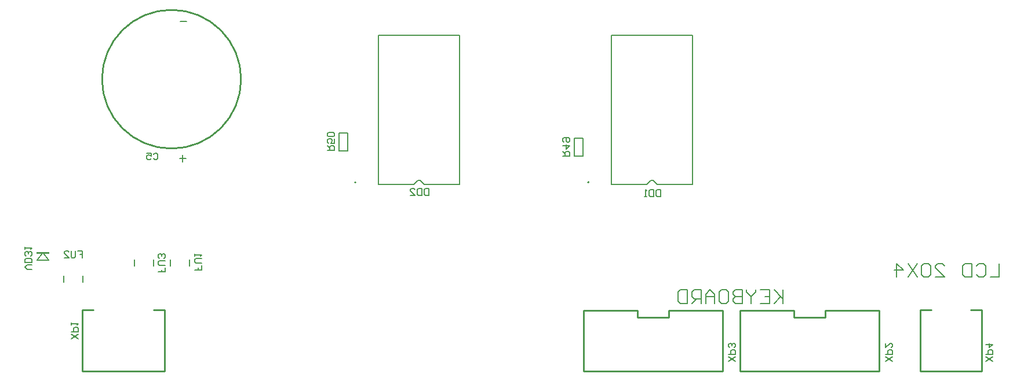
<source format=gbo>
G04 Layer_Color=32896*
%FSLAX24Y24*%
%MOIN*%
G70*
G01*
G75*
%ADD10C,0.0079*%
%ADD38C,0.0070*%
%ADD61C,0.0100*%
G36*
X13559Y22807D02*
X12839D01*
Y22917D01*
X13559D01*
Y22807D01*
D02*
G37*
D10*
X31207Y26939D02*
G03*
X31207Y26939I-35J0D01*
G01*
X44612D02*
G03*
X44612Y26939I-35J0D01*
G01*
X12869Y22437D02*
X13529D01*
X12869D02*
X13199Y22867D01*
X13529Y22437D01*
X21240Y28110D02*
Y28514D01*
X21063Y28307D02*
X21417D01*
X21112Y36211D02*
X21467D01*
X19567Y22126D02*
Y22480D01*
X18465Y22126D02*
Y22480D01*
X14390Y21191D02*
Y21545D01*
X15492Y21191D02*
Y21545D01*
X21634Y22126D02*
Y22480D01*
X20531Y22126D02*
Y22480D01*
X32504Y26811D02*
Y35404D01*
X37161D01*
Y26811D02*
Y35404D01*
X35143Y26811D02*
X37161D01*
X32504D02*
X34523D01*
X34906Y27047D02*
X35143Y26811D01*
X34523D02*
X34759Y27047D01*
X34764D02*
X34902D01*
X45909Y26811D02*
Y35404D01*
X50567D01*
Y26811D02*
Y35404D01*
X48548Y26811D02*
X50567D01*
X45909D02*
X47928D01*
X48312Y27047D02*
X48548Y26811D01*
X47928D02*
X48164Y27047D01*
X48169D02*
X48307D01*
X68209Y22264D02*
Y21476D01*
X67684D01*
X66897Y22132D02*
X67028Y22264D01*
X67290D01*
X67422Y22132D01*
Y21608D01*
X67290Y21476D01*
X67028D01*
X66897Y21608D01*
X66634Y22264D02*
Y21476D01*
X66241D01*
X66110Y21608D01*
Y22132D01*
X66241Y22264D01*
X66634D01*
X64535Y21476D02*
X65060D01*
X64535Y22001D01*
Y22132D01*
X64667Y22264D01*
X64929D01*
X65060Y22132D01*
X64273D02*
X64142Y22264D01*
X63879D01*
X63748Y22132D01*
Y21608D01*
X63879Y21476D01*
X64142D01*
X64273Y21608D01*
Y22132D01*
X63486Y22264D02*
X62961Y21476D01*
Y22264D02*
X63486Y21476D01*
X62305D02*
Y22264D01*
X62699Y21870D01*
X62174D01*
X55778Y20748D02*
Y19961D01*
Y20223D01*
X55253Y20748D01*
X55646Y20354D01*
X55253Y19961D01*
X54466Y20748D02*
X54990D01*
Y19961D01*
X54466D01*
X54990Y20354D02*
X54728D01*
X54203Y20748D02*
Y20617D01*
X53941Y20354D01*
X53678Y20617D01*
Y20748D01*
X53941Y20354D02*
Y19961D01*
X53416Y20748D02*
Y19961D01*
X53023D01*
X52891Y20092D01*
Y20223D01*
X53023Y20354D01*
X53416D01*
X53023D01*
X52891Y20485D01*
Y20617D01*
X53023Y20748D01*
X53416D01*
X52235D02*
X52498D01*
X52629Y20617D01*
Y20092D01*
X52498Y19961D01*
X52235D01*
X52104Y20092D01*
Y20617D01*
X52235Y20748D01*
X51842Y19961D02*
Y20485D01*
X51579Y20748D01*
X51317Y20485D01*
Y19961D01*
Y20354D01*
X51842D01*
X51055Y19961D02*
Y20748D01*
X50661D01*
X50530Y20617D01*
Y20354D01*
X50661Y20223D01*
X51055D01*
X50792D02*
X50530Y19961D01*
X50268Y20748D02*
Y19961D01*
X49874D01*
X49743Y20092D01*
Y20617D01*
X49874Y20748D01*
X50268D01*
X19551Y28566D02*
X19616Y28632D01*
X19747D01*
X19813Y28566D01*
Y28304D01*
X19747Y28238D01*
X19616D01*
X19551Y28304D01*
X19157Y28632D02*
X19419D01*
Y28435D01*
X19288Y28501D01*
X19223D01*
X19157Y28435D01*
Y28304D01*
X19223Y28238D01*
X19354D01*
X19419Y28304D01*
X67835Y16614D02*
X67441Y16877D01*
X67835D02*
X67441Y16614D01*
Y17008D02*
X67835D01*
Y17205D01*
X67769Y17270D01*
X67638D01*
X67572Y17205D01*
Y17008D01*
X67441Y17598D02*
X67835D01*
X67638Y17401D01*
Y17664D01*
X53038Y16614D02*
X52644Y16877D01*
X53038D02*
X52644Y16614D01*
Y17008D02*
X53038D01*
Y17205D01*
X52972Y17270D01*
X52841D01*
X52775Y17205D01*
Y17008D01*
X52972Y17401D02*
X53038Y17467D01*
Y17598D01*
X52972Y17664D01*
X52907D01*
X52841Y17598D01*
Y17533D01*
Y17598D01*
X52775Y17664D01*
X52710D01*
X52644Y17598D01*
Y17467D01*
X52710Y17401D01*
X62054Y16614D02*
X61660Y16877D01*
X62054D02*
X61660Y16614D01*
Y17008D02*
X62054D01*
Y17205D01*
X61988Y17270D01*
X61857D01*
X61791Y17205D01*
Y17008D01*
X61660Y17664D02*
Y17401D01*
X61922Y17664D01*
X61988D01*
X62054Y17598D01*
Y17467D01*
X61988Y17401D01*
X15236Y17923D02*
X14843Y18186D01*
X15236D02*
X14843Y17923D01*
Y18317D02*
X15236D01*
Y18514D01*
X15171Y18579D01*
X15039D01*
X14974Y18514D01*
Y18317D01*
X14843Y18710D02*
Y18842D01*
Y18776D01*
X15236D01*
X15171Y18710D01*
X29577Y28780D02*
X29970D01*
Y28976D01*
X29905Y29042D01*
X29774D01*
X29708Y28976D01*
Y28780D01*
Y28911D02*
X29577Y29042D01*
X29970Y29435D02*
Y29173D01*
X29774D01*
X29839Y29304D01*
Y29370D01*
X29774Y29435D01*
X29642D01*
X29577Y29370D01*
Y29239D01*
X29642Y29173D01*
X29905Y29567D02*
X29970Y29632D01*
Y29763D01*
X29905Y29829D01*
X29642D01*
X29577Y29763D01*
Y29632D01*
X29642Y29567D01*
X29905D01*
X43110Y28465D02*
X43504D01*
Y28661D01*
X43438Y28727D01*
X43307D01*
X43241Y28661D01*
Y28465D01*
Y28596D02*
X43110Y28727D01*
Y29055D02*
X43504D01*
X43307Y28858D01*
Y29121D01*
X43176Y29252D02*
X43110Y29317D01*
Y29448D01*
X43176Y29514D01*
X43438D01*
X43504Y29448D01*
Y29317D01*
X43438Y29252D01*
X43373D01*
X43307Y29317D01*
Y29514D01*
X20236Y22031D02*
Y21768D01*
X20039D01*
Y21900D01*
Y21768D01*
X19843D01*
X20236Y22162D02*
X19908D01*
X19843Y22228D01*
Y22359D01*
X19908Y22424D01*
X20236D01*
X20171Y22556D02*
X20236Y22621D01*
Y22752D01*
X20171Y22818D01*
X20105D01*
X20039Y22752D01*
Y22687D01*
Y22752D01*
X19974Y22818D01*
X19908D01*
X19843Y22752D01*
Y22621D01*
X19908Y22556D01*
X15210Y22982D02*
X15472D01*
Y22785D01*
X15341D01*
X15472D01*
Y22589D01*
X15079Y22982D02*
Y22654D01*
X15013Y22589D01*
X14882D01*
X14816Y22654D01*
Y22982D01*
X14423Y22589D02*
X14685D01*
X14423Y22851D01*
Y22917D01*
X14489Y22982D01*
X14620D01*
X14685Y22917D01*
X22323Y22162D02*
Y21900D01*
X22126D01*
Y22031D01*
Y21900D01*
X21929D01*
X22323Y22293D02*
X21995D01*
X21929Y22359D01*
Y22490D01*
X21995Y22556D01*
X22323D01*
X21929Y22687D02*
Y22818D01*
Y22752D01*
X22323D01*
X22257Y22687D01*
X35384Y26585D02*
Y26191D01*
X35187D01*
X35121Y26257D01*
Y26519D01*
X35187Y26585D01*
X35384D01*
X34990D02*
Y26191D01*
X34794D01*
X34728Y26257D01*
Y26519D01*
X34794Y26585D01*
X34990D01*
X34334Y26191D02*
X34597D01*
X34334Y26453D01*
Y26519D01*
X34400Y26585D01*
X34531D01*
X34597Y26519D01*
X48730Y26516D02*
Y26122D01*
X48534D01*
X48468Y26188D01*
Y26450D01*
X48534Y26516D01*
X48730D01*
X48337D02*
Y26122D01*
X48140D01*
X48074Y26188D01*
Y26450D01*
X48140Y26516D01*
X48337D01*
X47943Y26122D02*
X47812D01*
X47878D01*
Y26516D01*
X47943Y26450D01*
X12569Y21909D02*
X12306D01*
X12175Y22041D01*
X12306Y22172D01*
X12569D01*
Y22303D02*
X12175D01*
Y22500D01*
X12241Y22565D01*
X12503D01*
X12569Y22500D01*
Y22303D01*
X12503Y22697D02*
X12569Y22762D01*
Y22893D01*
X12503Y22959D01*
X12438D01*
X12372Y22893D01*
Y22828D01*
Y22893D01*
X12306Y22959D01*
X12241D01*
X12175Y22893D01*
Y22762D01*
X12241Y22697D01*
X12175Y23090D02*
Y23221D01*
Y23156D01*
X12569D01*
X12503Y23090D01*
D38*
X30226Y29783D02*
X30738D01*
X30226Y28740D02*
X30738D01*
Y29783D01*
X30226Y28740D02*
Y29783D01*
X43750Y29498D02*
X44262D01*
X43750Y28455D02*
X44262D01*
Y29498D01*
X43750Y28455D02*
Y29498D01*
D61*
X24600Y32884D02*
G03*
X24600Y32884I-4000J0D01*
G01*
X63661Y16063D02*
Y19567D01*
X67205Y16063D02*
Y19567D01*
X63661D02*
X64291D01*
X66575D02*
X67205D01*
X63661Y16063D02*
X67205D01*
X47399Y19157D02*
Y19557D01*
X49199Y19157D02*
Y19557D01*
X44299Y16057D02*
Y19557D01*
X52299Y16057D02*
Y19557D01*
X47399Y19157D02*
X49199D01*
X44299Y19557D02*
X47399D01*
X49199D02*
X52299D01*
X44299Y16057D02*
X52299D01*
X56415Y19157D02*
Y19557D01*
X58215Y19157D02*
Y19557D01*
X53315Y16057D02*
Y19557D01*
X61315Y16057D02*
Y19557D01*
X56415Y19157D02*
X58215D01*
X53315Y19557D02*
X56415D01*
X58215D02*
X61315D01*
X53315Y16057D02*
X61315D01*
X15472Y19567D02*
X16102D01*
X19567D02*
X20197D01*
X15472Y16063D02*
X20197D01*
Y19567D01*
X15472Y16063D02*
Y19567D01*
M02*

</source>
